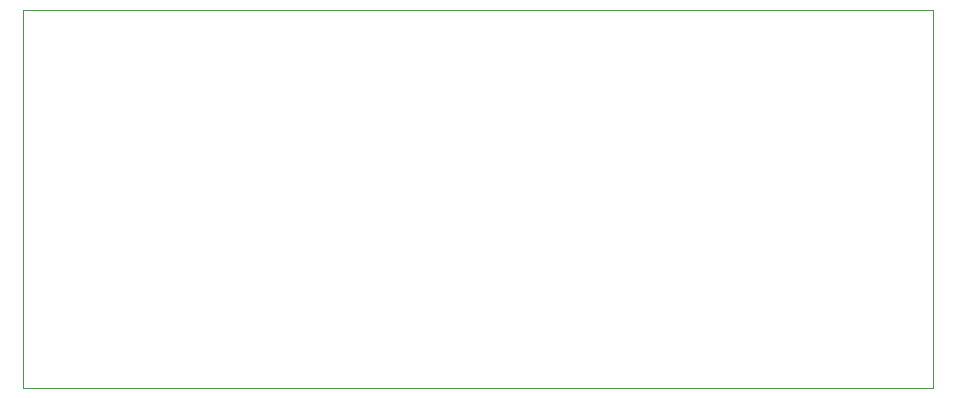
<source format=gm1>
G04 #@! TF.GenerationSoftware,KiCad,Pcbnew,7.0.8*
G04 #@! TF.CreationDate,2023-10-23T09:59:53+02:00*
G04 #@! TF.ProjectId,dual-psu,6475616c-2d70-4737-952e-6b696361645f,rev?*
G04 #@! TF.SameCoordinates,Original*
G04 #@! TF.FileFunction,Profile,NP*
%FSLAX46Y46*%
G04 Gerber Fmt 4.6, Leading zero omitted, Abs format (unit mm)*
G04 Created by KiCad (PCBNEW 7.0.8) date 2023-10-23 09:59:53*
%MOMM*%
%LPD*%
G01*
G04 APERTURE LIST*
G04 #@! TA.AperFunction,Profile*
%ADD10C,0.100000*%
G04 #@! TD*
G04 APERTURE END LIST*
D10*
X19000000Y-15000000D02*
X96000000Y-15000000D01*
X96000000Y-15000000D02*
X96000000Y-47000000D01*
X19000000Y-47000000D02*
X19000000Y-15000000D01*
X19000000Y-47000000D02*
X96000000Y-47000000D01*
M02*

</source>
